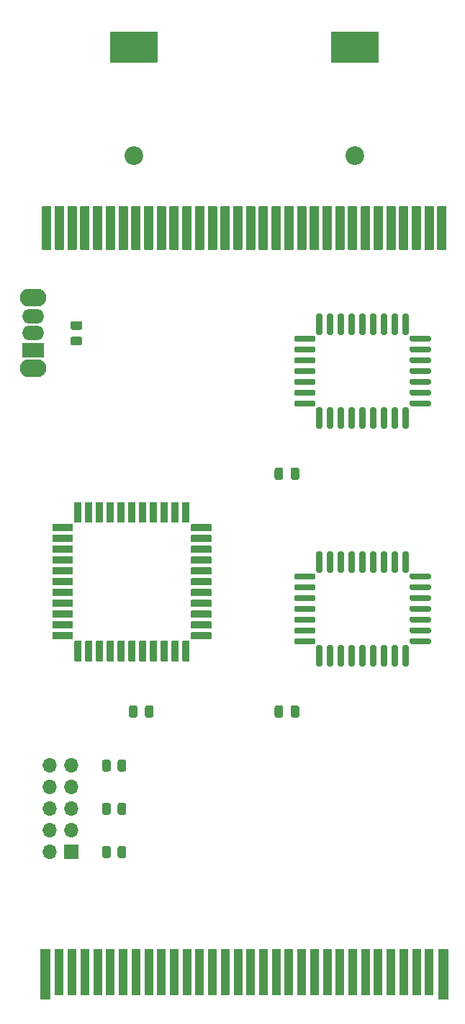
<source format=gts>
%TF.GenerationSoftware,KiCad,Pcbnew,(5.1.10-1-10_14)*%
%TF.CreationDate,2023-03-17T22:16:36+08:00*%
%TF.ProjectId,GB_MemoryBackup_Mainboard,47425f4d-656d-46f7-9279-4261636b7570,1.2*%
%TF.SameCoordinates,Original*%
%TF.FileFunction,Soldermask,Top*%
%TF.FilePolarity,Negative*%
%FSLAX46Y46*%
G04 Gerber Fmt 4.6, Leading zero omitted, Abs format (unit mm)*
G04 Created by KiCad (PCBNEW (5.1.10-1-10_14)) date 2023-03-17 22:16:36*
%MOMM*%
%LPD*%
G01*
G04 APERTURE LIST*
%ADD10R,1.300000X6.000000*%
%ADD11R,1.000000X5.500000*%
%ADD12O,3.102000X2.102000*%
%ADD13O,2.602000X1.702000*%
%ADD14R,1.700000X1.700000*%
%ADD15O,1.700000X1.700000*%
%ADD16C,2.200000*%
G04 APERTURE END LIST*
%TO.C,U2*%
G36*
G01*
X97782500Y-79736000D02*
X95641500Y-79736000D01*
G75*
G02*
X95461000Y-79555500I0J180500D01*
G01*
X95461000Y-79194500D01*
G75*
G02*
X95641500Y-79014000I180500J0D01*
G01*
X97782500Y-79014000D01*
G75*
G02*
X97963000Y-79194500I0J-180500D01*
G01*
X97963000Y-79555500D01*
G75*
G02*
X97782500Y-79736000I-180500J0D01*
G01*
G37*
G36*
G01*
X97782500Y-78466000D02*
X95641500Y-78466000D01*
G75*
G02*
X95461000Y-78285500I0J180500D01*
G01*
X95461000Y-77924500D01*
G75*
G02*
X95641500Y-77744000I180500J0D01*
G01*
X97782500Y-77744000D01*
G75*
G02*
X97963000Y-77924500I0J-180500D01*
G01*
X97963000Y-78285500D01*
G75*
G02*
X97782500Y-78466000I-180500J0D01*
G01*
G37*
G36*
G01*
X97782500Y-77196000D02*
X95641500Y-77196000D01*
G75*
G02*
X95461000Y-77015500I0J180500D01*
G01*
X95461000Y-76654500D01*
G75*
G02*
X95641500Y-76474000I180500J0D01*
G01*
X97782500Y-76474000D01*
G75*
G02*
X97963000Y-76654500I0J-180500D01*
G01*
X97963000Y-77015500D01*
G75*
G02*
X97782500Y-77196000I-180500J0D01*
G01*
G37*
G36*
G01*
X98605500Y-76393000D02*
X98244500Y-76393000D01*
G75*
G02*
X98064000Y-76212500I0J180500D01*
G01*
X98064000Y-74071500D01*
G75*
G02*
X98244500Y-73891000I180500J0D01*
G01*
X98605500Y-73891000D01*
G75*
G02*
X98786000Y-74071500I0J-180500D01*
G01*
X98786000Y-76212500D01*
G75*
G02*
X98605500Y-76393000I-180500J0D01*
G01*
G37*
G36*
G01*
X99875500Y-76393000D02*
X99514500Y-76393000D01*
G75*
G02*
X99334000Y-76212500I0J180500D01*
G01*
X99334000Y-74071500D01*
G75*
G02*
X99514500Y-73891000I180500J0D01*
G01*
X99875500Y-73891000D01*
G75*
G02*
X100056000Y-74071500I0J-180500D01*
G01*
X100056000Y-76212500D01*
G75*
G02*
X99875500Y-76393000I-180500J0D01*
G01*
G37*
G36*
G01*
X101145500Y-76393000D02*
X100784500Y-76393000D01*
G75*
G02*
X100604000Y-76212500I0J180500D01*
G01*
X100604000Y-74071500D01*
G75*
G02*
X100784500Y-73891000I180500J0D01*
G01*
X101145500Y-73891000D01*
G75*
G02*
X101326000Y-74071500I0J-180500D01*
G01*
X101326000Y-76212500D01*
G75*
G02*
X101145500Y-76393000I-180500J0D01*
G01*
G37*
G36*
G01*
X102415500Y-76393000D02*
X102054500Y-76393000D01*
G75*
G02*
X101874000Y-76212500I0J180500D01*
G01*
X101874000Y-74071500D01*
G75*
G02*
X102054500Y-73891000I180500J0D01*
G01*
X102415500Y-73891000D01*
G75*
G02*
X102596000Y-74071500I0J-180500D01*
G01*
X102596000Y-76212500D01*
G75*
G02*
X102415500Y-76393000I-180500J0D01*
G01*
G37*
G36*
G01*
X103685500Y-76393000D02*
X103324500Y-76393000D01*
G75*
G02*
X103144000Y-76212500I0J180500D01*
G01*
X103144000Y-74071500D01*
G75*
G02*
X103324500Y-73891000I180500J0D01*
G01*
X103685500Y-73891000D01*
G75*
G02*
X103866000Y-74071500I0J-180500D01*
G01*
X103866000Y-76212500D01*
G75*
G02*
X103685500Y-76393000I-180500J0D01*
G01*
G37*
G36*
G01*
X104955500Y-76393000D02*
X104594500Y-76393000D01*
G75*
G02*
X104414000Y-76212500I0J180500D01*
G01*
X104414000Y-74071500D01*
G75*
G02*
X104594500Y-73891000I180500J0D01*
G01*
X104955500Y-73891000D01*
G75*
G02*
X105136000Y-74071500I0J-180500D01*
G01*
X105136000Y-76212500D01*
G75*
G02*
X104955500Y-76393000I-180500J0D01*
G01*
G37*
G36*
G01*
X106225500Y-76393000D02*
X105864500Y-76393000D01*
G75*
G02*
X105684000Y-76212500I0J180500D01*
G01*
X105684000Y-74071500D01*
G75*
G02*
X105864500Y-73891000I180500J0D01*
G01*
X106225500Y-73891000D01*
G75*
G02*
X106406000Y-74071500I0J-180500D01*
G01*
X106406000Y-76212500D01*
G75*
G02*
X106225500Y-76393000I-180500J0D01*
G01*
G37*
G36*
G01*
X107495500Y-76393000D02*
X107134500Y-76393000D01*
G75*
G02*
X106954000Y-76212500I0J180500D01*
G01*
X106954000Y-74071500D01*
G75*
G02*
X107134500Y-73891000I180500J0D01*
G01*
X107495500Y-73891000D01*
G75*
G02*
X107676000Y-74071500I0J-180500D01*
G01*
X107676000Y-76212500D01*
G75*
G02*
X107495500Y-76393000I-180500J0D01*
G01*
G37*
G36*
G01*
X108765500Y-76393000D02*
X108404500Y-76393000D01*
G75*
G02*
X108224000Y-76212500I0J180500D01*
G01*
X108224000Y-74071500D01*
G75*
G02*
X108404500Y-73891000I180500J0D01*
G01*
X108765500Y-73891000D01*
G75*
G02*
X108946000Y-74071500I0J-180500D01*
G01*
X108946000Y-76212500D01*
G75*
G02*
X108765500Y-76393000I-180500J0D01*
G01*
G37*
G36*
G01*
X111368500Y-77196000D02*
X109227500Y-77196000D01*
G75*
G02*
X109047000Y-77015500I0J180500D01*
G01*
X109047000Y-76654500D01*
G75*
G02*
X109227500Y-76474000I180500J0D01*
G01*
X111368500Y-76474000D01*
G75*
G02*
X111549000Y-76654500I0J-180500D01*
G01*
X111549000Y-77015500D01*
G75*
G02*
X111368500Y-77196000I-180500J0D01*
G01*
G37*
G36*
G01*
X111368500Y-78466000D02*
X109227500Y-78466000D01*
G75*
G02*
X109047000Y-78285500I0J180500D01*
G01*
X109047000Y-77924500D01*
G75*
G02*
X109227500Y-77744000I180500J0D01*
G01*
X111368500Y-77744000D01*
G75*
G02*
X111549000Y-77924500I0J-180500D01*
G01*
X111549000Y-78285500D01*
G75*
G02*
X111368500Y-78466000I-180500J0D01*
G01*
G37*
G36*
G01*
X111368500Y-79736000D02*
X109227500Y-79736000D01*
G75*
G02*
X109047000Y-79555500I0J180500D01*
G01*
X109047000Y-79194500D01*
G75*
G02*
X109227500Y-79014000I180500J0D01*
G01*
X111368500Y-79014000D01*
G75*
G02*
X111549000Y-79194500I0J-180500D01*
G01*
X111549000Y-79555500D01*
G75*
G02*
X111368500Y-79736000I-180500J0D01*
G01*
G37*
G36*
G01*
X111368500Y-81006000D02*
X109227500Y-81006000D01*
G75*
G02*
X109047000Y-80825500I0J180500D01*
G01*
X109047000Y-80464500D01*
G75*
G02*
X109227500Y-80284000I180500J0D01*
G01*
X111368500Y-80284000D01*
G75*
G02*
X111549000Y-80464500I0J-180500D01*
G01*
X111549000Y-80825500D01*
G75*
G02*
X111368500Y-81006000I-180500J0D01*
G01*
G37*
G36*
G01*
X111368500Y-82276000D02*
X109227500Y-82276000D01*
G75*
G02*
X109047000Y-82095500I0J180500D01*
G01*
X109047000Y-81734500D01*
G75*
G02*
X109227500Y-81554000I180500J0D01*
G01*
X111368500Y-81554000D01*
G75*
G02*
X111549000Y-81734500I0J-180500D01*
G01*
X111549000Y-82095500D01*
G75*
G02*
X111368500Y-82276000I-180500J0D01*
G01*
G37*
G36*
G01*
X111368500Y-83546000D02*
X109227500Y-83546000D01*
G75*
G02*
X109047000Y-83365500I0J180500D01*
G01*
X109047000Y-83004500D01*
G75*
G02*
X109227500Y-82824000I180500J0D01*
G01*
X111368500Y-82824000D01*
G75*
G02*
X111549000Y-83004500I0J-180500D01*
G01*
X111549000Y-83365500D01*
G75*
G02*
X111368500Y-83546000I-180500J0D01*
G01*
G37*
G36*
G01*
X111368500Y-84816000D02*
X109227500Y-84816000D01*
G75*
G02*
X109047000Y-84635500I0J180500D01*
G01*
X109047000Y-84274500D01*
G75*
G02*
X109227500Y-84094000I180500J0D01*
G01*
X111368500Y-84094000D01*
G75*
G02*
X111549000Y-84274500I0J-180500D01*
G01*
X111549000Y-84635500D01*
G75*
G02*
X111368500Y-84816000I-180500J0D01*
G01*
G37*
G36*
G01*
X108765500Y-87399000D02*
X108404500Y-87399000D01*
G75*
G02*
X108224000Y-87218500I0J180500D01*
G01*
X108224000Y-85077500D01*
G75*
G02*
X108404500Y-84897000I180500J0D01*
G01*
X108765500Y-84897000D01*
G75*
G02*
X108946000Y-85077500I0J-180500D01*
G01*
X108946000Y-87218500D01*
G75*
G02*
X108765500Y-87399000I-180500J0D01*
G01*
G37*
G36*
G01*
X107495500Y-87399000D02*
X107134500Y-87399000D01*
G75*
G02*
X106954000Y-87218500I0J180500D01*
G01*
X106954000Y-85077500D01*
G75*
G02*
X107134500Y-84897000I180500J0D01*
G01*
X107495500Y-84897000D01*
G75*
G02*
X107676000Y-85077500I0J-180500D01*
G01*
X107676000Y-87218500D01*
G75*
G02*
X107495500Y-87399000I-180500J0D01*
G01*
G37*
G36*
G01*
X106225500Y-87399000D02*
X105864500Y-87399000D01*
G75*
G02*
X105684000Y-87218500I0J180500D01*
G01*
X105684000Y-85077500D01*
G75*
G02*
X105864500Y-84897000I180500J0D01*
G01*
X106225500Y-84897000D01*
G75*
G02*
X106406000Y-85077500I0J-180500D01*
G01*
X106406000Y-87218500D01*
G75*
G02*
X106225500Y-87399000I-180500J0D01*
G01*
G37*
G36*
G01*
X104955500Y-87399000D02*
X104594500Y-87399000D01*
G75*
G02*
X104414000Y-87218500I0J180500D01*
G01*
X104414000Y-85077500D01*
G75*
G02*
X104594500Y-84897000I180500J0D01*
G01*
X104955500Y-84897000D01*
G75*
G02*
X105136000Y-85077500I0J-180500D01*
G01*
X105136000Y-87218500D01*
G75*
G02*
X104955500Y-87399000I-180500J0D01*
G01*
G37*
G36*
G01*
X103685500Y-87399000D02*
X103324500Y-87399000D01*
G75*
G02*
X103144000Y-87218500I0J180500D01*
G01*
X103144000Y-85077500D01*
G75*
G02*
X103324500Y-84897000I180500J0D01*
G01*
X103685500Y-84897000D01*
G75*
G02*
X103866000Y-85077500I0J-180500D01*
G01*
X103866000Y-87218500D01*
G75*
G02*
X103685500Y-87399000I-180500J0D01*
G01*
G37*
G36*
G01*
X102415500Y-87399000D02*
X102054500Y-87399000D01*
G75*
G02*
X101874000Y-87218500I0J180500D01*
G01*
X101874000Y-85077500D01*
G75*
G02*
X102054500Y-84897000I180500J0D01*
G01*
X102415500Y-84897000D01*
G75*
G02*
X102596000Y-85077500I0J-180500D01*
G01*
X102596000Y-87218500D01*
G75*
G02*
X102415500Y-87399000I-180500J0D01*
G01*
G37*
G36*
G01*
X101145500Y-87399000D02*
X100784500Y-87399000D01*
G75*
G02*
X100604000Y-87218500I0J180500D01*
G01*
X100604000Y-85077500D01*
G75*
G02*
X100784500Y-84897000I180500J0D01*
G01*
X101145500Y-84897000D01*
G75*
G02*
X101326000Y-85077500I0J-180500D01*
G01*
X101326000Y-87218500D01*
G75*
G02*
X101145500Y-87399000I-180500J0D01*
G01*
G37*
G36*
G01*
X99875500Y-87399000D02*
X99514500Y-87399000D01*
G75*
G02*
X99334000Y-87218500I0J180500D01*
G01*
X99334000Y-85077500D01*
G75*
G02*
X99514500Y-84897000I180500J0D01*
G01*
X99875500Y-84897000D01*
G75*
G02*
X100056000Y-85077500I0J-180500D01*
G01*
X100056000Y-87218500D01*
G75*
G02*
X99875500Y-87399000I-180500J0D01*
G01*
G37*
G36*
G01*
X98605500Y-87399000D02*
X98244500Y-87399000D01*
G75*
G02*
X98064000Y-87218500I0J180500D01*
G01*
X98064000Y-85077500D01*
G75*
G02*
X98244500Y-84897000I180500J0D01*
G01*
X98605500Y-84897000D01*
G75*
G02*
X98786000Y-85077500I0J-180500D01*
G01*
X98786000Y-87218500D01*
G75*
G02*
X98605500Y-87399000I-180500J0D01*
G01*
G37*
G36*
G01*
X97782500Y-84816000D02*
X95641500Y-84816000D01*
G75*
G02*
X95461000Y-84635500I0J180500D01*
G01*
X95461000Y-84274500D01*
G75*
G02*
X95641500Y-84094000I180500J0D01*
G01*
X97782500Y-84094000D01*
G75*
G02*
X97963000Y-84274500I0J-180500D01*
G01*
X97963000Y-84635500D01*
G75*
G02*
X97782500Y-84816000I-180500J0D01*
G01*
G37*
G36*
G01*
X97782500Y-83546000D02*
X95641500Y-83546000D01*
G75*
G02*
X95461000Y-83365500I0J180500D01*
G01*
X95461000Y-83004500D01*
G75*
G02*
X95641500Y-82824000I180500J0D01*
G01*
X97782500Y-82824000D01*
G75*
G02*
X97963000Y-83004500I0J-180500D01*
G01*
X97963000Y-83365500D01*
G75*
G02*
X97782500Y-83546000I-180500J0D01*
G01*
G37*
G36*
G01*
X97782500Y-82276000D02*
X95641500Y-82276000D01*
G75*
G02*
X95461000Y-82095500I0J180500D01*
G01*
X95461000Y-81734500D01*
G75*
G02*
X95641500Y-81554000I180500J0D01*
G01*
X97782500Y-81554000D01*
G75*
G02*
X97963000Y-81734500I0J-180500D01*
G01*
X97963000Y-82095500D01*
G75*
G02*
X97782500Y-82276000I-180500J0D01*
G01*
G37*
G36*
G01*
X97782500Y-81006000D02*
X95641500Y-81006000D01*
G75*
G02*
X95461000Y-80825500I0J180500D01*
G01*
X95461000Y-80464500D01*
G75*
G02*
X95641500Y-80284000I180500J0D01*
G01*
X97782500Y-80284000D01*
G75*
G02*
X97963000Y-80464500I0J-180500D01*
G01*
X97963000Y-80825500D01*
G75*
G02*
X97782500Y-81006000I-180500J0D01*
G01*
G37*
%TD*%
%TO.C,U1*%
G36*
G01*
X97782500Y-107676000D02*
X95641500Y-107676000D01*
G75*
G02*
X95461000Y-107495500I0J180500D01*
G01*
X95461000Y-107134500D01*
G75*
G02*
X95641500Y-106954000I180500J0D01*
G01*
X97782500Y-106954000D01*
G75*
G02*
X97963000Y-107134500I0J-180500D01*
G01*
X97963000Y-107495500D01*
G75*
G02*
X97782500Y-107676000I-180500J0D01*
G01*
G37*
G36*
G01*
X97782500Y-106406000D02*
X95641500Y-106406000D01*
G75*
G02*
X95461000Y-106225500I0J180500D01*
G01*
X95461000Y-105864500D01*
G75*
G02*
X95641500Y-105684000I180500J0D01*
G01*
X97782500Y-105684000D01*
G75*
G02*
X97963000Y-105864500I0J-180500D01*
G01*
X97963000Y-106225500D01*
G75*
G02*
X97782500Y-106406000I-180500J0D01*
G01*
G37*
G36*
G01*
X97782500Y-105136000D02*
X95641500Y-105136000D01*
G75*
G02*
X95461000Y-104955500I0J180500D01*
G01*
X95461000Y-104594500D01*
G75*
G02*
X95641500Y-104414000I180500J0D01*
G01*
X97782500Y-104414000D01*
G75*
G02*
X97963000Y-104594500I0J-180500D01*
G01*
X97963000Y-104955500D01*
G75*
G02*
X97782500Y-105136000I-180500J0D01*
G01*
G37*
G36*
G01*
X98605500Y-104333000D02*
X98244500Y-104333000D01*
G75*
G02*
X98064000Y-104152500I0J180500D01*
G01*
X98064000Y-102011500D01*
G75*
G02*
X98244500Y-101831000I180500J0D01*
G01*
X98605500Y-101831000D01*
G75*
G02*
X98786000Y-102011500I0J-180500D01*
G01*
X98786000Y-104152500D01*
G75*
G02*
X98605500Y-104333000I-180500J0D01*
G01*
G37*
G36*
G01*
X99875500Y-104333000D02*
X99514500Y-104333000D01*
G75*
G02*
X99334000Y-104152500I0J180500D01*
G01*
X99334000Y-102011500D01*
G75*
G02*
X99514500Y-101831000I180500J0D01*
G01*
X99875500Y-101831000D01*
G75*
G02*
X100056000Y-102011500I0J-180500D01*
G01*
X100056000Y-104152500D01*
G75*
G02*
X99875500Y-104333000I-180500J0D01*
G01*
G37*
G36*
G01*
X101145500Y-104333000D02*
X100784500Y-104333000D01*
G75*
G02*
X100604000Y-104152500I0J180500D01*
G01*
X100604000Y-102011500D01*
G75*
G02*
X100784500Y-101831000I180500J0D01*
G01*
X101145500Y-101831000D01*
G75*
G02*
X101326000Y-102011500I0J-180500D01*
G01*
X101326000Y-104152500D01*
G75*
G02*
X101145500Y-104333000I-180500J0D01*
G01*
G37*
G36*
G01*
X102415500Y-104333000D02*
X102054500Y-104333000D01*
G75*
G02*
X101874000Y-104152500I0J180500D01*
G01*
X101874000Y-102011500D01*
G75*
G02*
X102054500Y-101831000I180500J0D01*
G01*
X102415500Y-101831000D01*
G75*
G02*
X102596000Y-102011500I0J-180500D01*
G01*
X102596000Y-104152500D01*
G75*
G02*
X102415500Y-104333000I-180500J0D01*
G01*
G37*
G36*
G01*
X103685500Y-104333000D02*
X103324500Y-104333000D01*
G75*
G02*
X103144000Y-104152500I0J180500D01*
G01*
X103144000Y-102011500D01*
G75*
G02*
X103324500Y-101831000I180500J0D01*
G01*
X103685500Y-101831000D01*
G75*
G02*
X103866000Y-102011500I0J-180500D01*
G01*
X103866000Y-104152500D01*
G75*
G02*
X103685500Y-104333000I-180500J0D01*
G01*
G37*
G36*
G01*
X104955500Y-104333000D02*
X104594500Y-104333000D01*
G75*
G02*
X104414000Y-104152500I0J180500D01*
G01*
X104414000Y-102011500D01*
G75*
G02*
X104594500Y-101831000I180500J0D01*
G01*
X104955500Y-101831000D01*
G75*
G02*
X105136000Y-102011500I0J-180500D01*
G01*
X105136000Y-104152500D01*
G75*
G02*
X104955500Y-104333000I-180500J0D01*
G01*
G37*
G36*
G01*
X106225500Y-104333000D02*
X105864500Y-104333000D01*
G75*
G02*
X105684000Y-104152500I0J180500D01*
G01*
X105684000Y-102011500D01*
G75*
G02*
X105864500Y-101831000I180500J0D01*
G01*
X106225500Y-101831000D01*
G75*
G02*
X106406000Y-102011500I0J-180500D01*
G01*
X106406000Y-104152500D01*
G75*
G02*
X106225500Y-104333000I-180500J0D01*
G01*
G37*
G36*
G01*
X107495500Y-104333000D02*
X107134500Y-104333000D01*
G75*
G02*
X106954000Y-104152500I0J180500D01*
G01*
X106954000Y-102011500D01*
G75*
G02*
X107134500Y-101831000I180500J0D01*
G01*
X107495500Y-101831000D01*
G75*
G02*
X107676000Y-102011500I0J-180500D01*
G01*
X107676000Y-104152500D01*
G75*
G02*
X107495500Y-104333000I-180500J0D01*
G01*
G37*
G36*
G01*
X108765500Y-104333000D02*
X108404500Y-104333000D01*
G75*
G02*
X108224000Y-104152500I0J180500D01*
G01*
X108224000Y-102011500D01*
G75*
G02*
X108404500Y-101831000I180500J0D01*
G01*
X108765500Y-101831000D01*
G75*
G02*
X108946000Y-102011500I0J-180500D01*
G01*
X108946000Y-104152500D01*
G75*
G02*
X108765500Y-104333000I-180500J0D01*
G01*
G37*
G36*
G01*
X111368500Y-105136000D02*
X109227500Y-105136000D01*
G75*
G02*
X109047000Y-104955500I0J180500D01*
G01*
X109047000Y-104594500D01*
G75*
G02*
X109227500Y-104414000I180500J0D01*
G01*
X111368500Y-104414000D01*
G75*
G02*
X111549000Y-104594500I0J-180500D01*
G01*
X111549000Y-104955500D01*
G75*
G02*
X111368500Y-105136000I-180500J0D01*
G01*
G37*
G36*
G01*
X111368500Y-106406000D02*
X109227500Y-106406000D01*
G75*
G02*
X109047000Y-106225500I0J180500D01*
G01*
X109047000Y-105864500D01*
G75*
G02*
X109227500Y-105684000I180500J0D01*
G01*
X111368500Y-105684000D01*
G75*
G02*
X111549000Y-105864500I0J-180500D01*
G01*
X111549000Y-106225500D01*
G75*
G02*
X111368500Y-106406000I-180500J0D01*
G01*
G37*
G36*
G01*
X111368500Y-107676000D02*
X109227500Y-107676000D01*
G75*
G02*
X109047000Y-107495500I0J180500D01*
G01*
X109047000Y-107134500D01*
G75*
G02*
X109227500Y-106954000I180500J0D01*
G01*
X111368500Y-106954000D01*
G75*
G02*
X111549000Y-107134500I0J-180500D01*
G01*
X111549000Y-107495500D01*
G75*
G02*
X111368500Y-107676000I-180500J0D01*
G01*
G37*
G36*
G01*
X111368500Y-108946000D02*
X109227500Y-108946000D01*
G75*
G02*
X109047000Y-108765500I0J180500D01*
G01*
X109047000Y-108404500D01*
G75*
G02*
X109227500Y-108224000I180500J0D01*
G01*
X111368500Y-108224000D01*
G75*
G02*
X111549000Y-108404500I0J-180500D01*
G01*
X111549000Y-108765500D01*
G75*
G02*
X111368500Y-108946000I-180500J0D01*
G01*
G37*
G36*
G01*
X111368500Y-110216000D02*
X109227500Y-110216000D01*
G75*
G02*
X109047000Y-110035500I0J180500D01*
G01*
X109047000Y-109674500D01*
G75*
G02*
X109227500Y-109494000I180500J0D01*
G01*
X111368500Y-109494000D01*
G75*
G02*
X111549000Y-109674500I0J-180500D01*
G01*
X111549000Y-110035500D01*
G75*
G02*
X111368500Y-110216000I-180500J0D01*
G01*
G37*
G36*
G01*
X111368500Y-111486000D02*
X109227500Y-111486000D01*
G75*
G02*
X109047000Y-111305500I0J180500D01*
G01*
X109047000Y-110944500D01*
G75*
G02*
X109227500Y-110764000I180500J0D01*
G01*
X111368500Y-110764000D01*
G75*
G02*
X111549000Y-110944500I0J-180500D01*
G01*
X111549000Y-111305500D01*
G75*
G02*
X111368500Y-111486000I-180500J0D01*
G01*
G37*
G36*
G01*
X111368500Y-112756000D02*
X109227500Y-112756000D01*
G75*
G02*
X109047000Y-112575500I0J180500D01*
G01*
X109047000Y-112214500D01*
G75*
G02*
X109227500Y-112034000I180500J0D01*
G01*
X111368500Y-112034000D01*
G75*
G02*
X111549000Y-112214500I0J-180500D01*
G01*
X111549000Y-112575500D01*
G75*
G02*
X111368500Y-112756000I-180500J0D01*
G01*
G37*
G36*
G01*
X108765500Y-115339000D02*
X108404500Y-115339000D01*
G75*
G02*
X108224000Y-115158500I0J180500D01*
G01*
X108224000Y-113017500D01*
G75*
G02*
X108404500Y-112837000I180500J0D01*
G01*
X108765500Y-112837000D01*
G75*
G02*
X108946000Y-113017500I0J-180500D01*
G01*
X108946000Y-115158500D01*
G75*
G02*
X108765500Y-115339000I-180500J0D01*
G01*
G37*
G36*
G01*
X107495500Y-115339000D02*
X107134500Y-115339000D01*
G75*
G02*
X106954000Y-115158500I0J180500D01*
G01*
X106954000Y-113017500D01*
G75*
G02*
X107134500Y-112837000I180500J0D01*
G01*
X107495500Y-112837000D01*
G75*
G02*
X107676000Y-113017500I0J-180500D01*
G01*
X107676000Y-115158500D01*
G75*
G02*
X107495500Y-115339000I-180500J0D01*
G01*
G37*
G36*
G01*
X106225500Y-115339000D02*
X105864500Y-115339000D01*
G75*
G02*
X105684000Y-115158500I0J180500D01*
G01*
X105684000Y-113017500D01*
G75*
G02*
X105864500Y-112837000I180500J0D01*
G01*
X106225500Y-112837000D01*
G75*
G02*
X106406000Y-113017500I0J-180500D01*
G01*
X106406000Y-115158500D01*
G75*
G02*
X106225500Y-115339000I-180500J0D01*
G01*
G37*
G36*
G01*
X104955500Y-115339000D02*
X104594500Y-115339000D01*
G75*
G02*
X104414000Y-115158500I0J180500D01*
G01*
X104414000Y-113017500D01*
G75*
G02*
X104594500Y-112837000I180500J0D01*
G01*
X104955500Y-112837000D01*
G75*
G02*
X105136000Y-113017500I0J-180500D01*
G01*
X105136000Y-115158500D01*
G75*
G02*
X104955500Y-115339000I-180500J0D01*
G01*
G37*
G36*
G01*
X103685500Y-115339000D02*
X103324500Y-115339000D01*
G75*
G02*
X103144000Y-115158500I0J180500D01*
G01*
X103144000Y-113017500D01*
G75*
G02*
X103324500Y-112837000I180500J0D01*
G01*
X103685500Y-112837000D01*
G75*
G02*
X103866000Y-113017500I0J-180500D01*
G01*
X103866000Y-115158500D01*
G75*
G02*
X103685500Y-115339000I-180500J0D01*
G01*
G37*
G36*
G01*
X102415500Y-115339000D02*
X102054500Y-115339000D01*
G75*
G02*
X101874000Y-115158500I0J180500D01*
G01*
X101874000Y-113017500D01*
G75*
G02*
X102054500Y-112837000I180500J0D01*
G01*
X102415500Y-112837000D01*
G75*
G02*
X102596000Y-113017500I0J-180500D01*
G01*
X102596000Y-115158500D01*
G75*
G02*
X102415500Y-115339000I-180500J0D01*
G01*
G37*
G36*
G01*
X101145500Y-115339000D02*
X100784500Y-115339000D01*
G75*
G02*
X100604000Y-115158500I0J180500D01*
G01*
X100604000Y-113017500D01*
G75*
G02*
X100784500Y-112837000I180500J0D01*
G01*
X101145500Y-112837000D01*
G75*
G02*
X101326000Y-113017500I0J-180500D01*
G01*
X101326000Y-115158500D01*
G75*
G02*
X101145500Y-115339000I-180500J0D01*
G01*
G37*
G36*
G01*
X99875500Y-115339000D02*
X99514500Y-115339000D01*
G75*
G02*
X99334000Y-115158500I0J180500D01*
G01*
X99334000Y-113017500D01*
G75*
G02*
X99514500Y-112837000I180500J0D01*
G01*
X99875500Y-112837000D01*
G75*
G02*
X100056000Y-113017500I0J-180500D01*
G01*
X100056000Y-115158500D01*
G75*
G02*
X99875500Y-115339000I-180500J0D01*
G01*
G37*
G36*
G01*
X98605500Y-115339000D02*
X98244500Y-115339000D01*
G75*
G02*
X98064000Y-115158500I0J180500D01*
G01*
X98064000Y-113017500D01*
G75*
G02*
X98244500Y-112837000I180500J0D01*
G01*
X98605500Y-112837000D01*
G75*
G02*
X98786000Y-113017500I0J-180500D01*
G01*
X98786000Y-115158500D01*
G75*
G02*
X98605500Y-115339000I-180500J0D01*
G01*
G37*
G36*
G01*
X97782500Y-112756000D02*
X95641500Y-112756000D01*
G75*
G02*
X95461000Y-112575500I0J180500D01*
G01*
X95461000Y-112214500D01*
G75*
G02*
X95641500Y-112034000I180500J0D01*
G01*
X97782500Y-112034000D01*
G75*
G02*
X97963000Y-112214500I0J-180500D01*
G01*
X97963000Y-112575500D01*
G75*
G02*
X97782500Y-112756000I-180500J0D01*
G01*
G37*
G36*
G01*
X97782500Y-111486000D02*
X95641500Y-111486000D01*
G75*
G02*
X95461000Y-111305500I0J180500D01*
G01*
X95461000Y-110944500D01*
G75*
G02*
X95641500Y-110764000I180500J0D01*
G01*
X97782500Y-110764000D01*
G75*
G02*
X97963000Y-110944500I0J-180500D01*
G01*
X97963000Y-111305500D01*
G75*
G02*
X97782500Y-111486000I-180500J0D01*
G01*
G37*
G36*
G01*
X97782500Y-110216000D02*
X95641500Y-110216000D01*
G75*
G02*
X95461000Y-110035500I0J180500D01*
G01*
X95461000Y-109674500D01*
G75*
G02*
X95641500Y-109494000I180500J0D01*
G01*
X97782500Y-109494000D01*
G75*
G02*
X97963000Y-109674500I0J-180500D01*
G01*
X97963000Y-110035500D01*
G75*
G02*
X97782500Y-110216000I-180500J0D01*
G01*
G37*
G36*
G01*
X97782500Y-108946000D02*
X95641500Y-108946000D01*
G75*
G02*
X95461000Y-108765500I0J180500D01*
G01*
X95461000Y-108404500D01*
G75*
G02*
X95641500Y-108224000I180500J0D01*
G01*
X97782500Y-108224000D01*
G75*
G02*
X97963000Y-108404500I0J-180500D01*
G01*
X97963000Y-108765500D01*
G75*
G02*
X97782500Y-108946000I-180500J0D01*
G01*
G37*
%TD*%
D10*
%TO.C,J1*%
X113000000Y-151500000D03*
D11*
X111350000Y-151250000D03*
X109850000Y-151250000D03*
X108350000Y-151250000D03*
X106850000Y-151250000D03*
X105350000Y-151250000D03*
X103850000Y-151250000D03*
X102350000Y-151250000D03*
X100850000Y-151250000D03*
X99350000Y-151250000D03*
X97850000Y-151250000D03*
X96350000Y-151250000D03*
X94850000Y-151250000D03*
X93350000Y-151250000D03*
X91850000Y-151250000D03*
X90350000Y-151250000D03*
X88850000Y-151250000D03*
X87350000Y-151250000D03*
X85850000Y-151250000D03*
X84350000Y-151250000D03*
X82850000Y-151250000D03*
X81350000Y-151250000D03*
X79850000Y-151250000D03*
X78350000Y-151250000D03*
X76850000Y-151250000D03*
X75350000Y-151250000D03*
X73850000Y-151250000D03*
X72350000Y-151250000D03*
X70850000Y-151250000D03*
X69350000Y-151250000D03*
X67850000Y-151250000D03*
D10*
X66200000Y-151500000D03*
%TD*%
%TO.C,U3*%
G36*
G01*
X70420500Y-98460000D02*
X69660500Y-98460000D01*
G75*
G02*
X69610500Y-98410000I0J50000D01*
G01*
X69610500Y-96110000D01*
G75*
G02*
X69660500Y-96060000I50000J0D01*
G01*
X70420500Y-96060000D01*
G75*
G02*
X70470500Y-96110000I0J-50000D01*
G01*
X70470500Y-98410000D01*
G75*
G02*
X70420500Y-98460000I-50000J0D01*
G01*
G37*
G36*
G01*
X71690500Y-98460000D02*
X70930500Y-98460000D01*
G75*
G02*
X70880500Y-98410000I0J50000D01*
G01*
X70880500Y-96110000D01*
G75*
G02*
X70930500Y-96060000I50000J0D01*
G01*
X71690500Y-96060000D01*
G75*
G02*
X71740500Y-96110000I0J-50000D01*
G01*
X71740500Y-98410000D01*
G75*
G02*
X71690500Y-98460000I-50000J0D01*
G01*
G37*
G36*
G01*
X72960500Y-98460000D02*
X72200500Y-98460000D01*
G75*
G02*
X72150500Y-98410000I0J50000D01*
G01*
X72150500Y-96110000D01*
G75*
G02*
X72200500Y-96060000I50000J0D01*
G01*
X72960500Y-96060000D01*
G75*
G02*
X73010500Y-96110000I0J-50000D01*
G01*
X73010500Y-98410000D01*
G75*
G02*
X72960500Y-98460000I-50000J0D01*
G01*
G37*
G36*
G01*
X74230500Y-98460000D02*
X73470500Y-98460000D01*
G75*
G02*
X73420500Y-98410000I0J50000D01*
G01*
X73420500Y-96110000D01*
G75*
G02*
X73470500Y-96060000I50000J0D01*
G01*
X74230500Y-96060000D01*
G75*
G02*
X74280500Y-96110000I0J-50000D01*
G01*
X74280500Y-98410000D01*
G75*
G02*
X74230500Y-98460000I-50000J0D01*
G01*
G37*
G36*
G01*
X75500500Y-98460000D02*
X74740500Y-98460000D01*
G75*
G02*
X74690500Y-98410000I0J50000D01*
G01*
X74690500Y-96110000D01*
G75*
G02*
X74740500Y-96060000I50000J0D01*
G01*
X75500500Y-96060000D01*
G75*
G02*
X75550500Y-96110000I0J-50000D01*
G01*
X75550500Y-98410000D01*
G75*
G02*
X75500500Y-98460000I-50000J0D01*
G01*
G37*
G36*
G01*
X76770500Y-98460000D02*
X76010500Y-98460000D01*
G75*
G02*
X75960500Y-98410000I0J50000D01*
G01*
X75960500Y-96110000D01*
G75*
G02*
X76010500Y-96060000I50000J0D01*
G01*
X76770500Y-96060000D01*
G75*
G02*
X76820500Y-96110000I0J-50000D01*
G01*
X76820500Y-98410000D01*
G75*
G02*
X76770500Y-98460000I-50000J0D01*
G01*
G37*
G36*
G01*
X78040500Y-98460000D02*
X77280500Y-98460000D01*
G75*
G02*
X77230500Y-98410000I0J50000D01*
G01*
X77230500Y-96110000D01*
G75*
G02*
X77280500Y-96060000I50000J0D01*
G01*
X78040500Y-96060000D01*
G75*
G02*
X78090500Y-96110000I0J-50000D01*
G01*
X78090500Y-98410000D01*
G75*
G02*
X78040500Y-98460000I-50000J0D01*
G01*
G37*
G36*
G01*
X79310500Y-98460000D02*
X78550500Y-98460000D01*
G75*
G02*
X78500500Y-98410000I0J50000D01*
G01*
X78500500Y-96110000D01*
G75*
G02*
X78550500Y-96060000I50000J0D01*
G01*
X79310500Y-96060000D01*
G75*
G02*
X79360500Y-96110000I0J-50000D01*
G01*
X79360500Y-98410000D01*
G75*
G02*
X79310500Y-98460000I-50000J0D01*
G01*
G37*
G36*
G01*
X80580500Y-98460000D02*
X79820500Y-98460000D01*
G75*
G02*
X79770500Y-98410000I0J50000D01*
G01*
X79770500Y-96110000D01*
G75*
G02*
X79820500Y-96060000I50000J0D01*
G01*
X80580500Y-96060000D01*
G75*
G02*
X80630500Y-96110000I0J-50000D01*
G01*
X80630500Y-98410000D01*
G75*
G02*
X80580500Y-98460000I-50000J0D01*
G01*
G37*
G36*
G01*
X81850500Y-98460000D02*
X81090500Y-98460000D01*
G75*
G02*
X81040500Y-98410000I0J50000D01*
G01*
X81040500Y-96110000D01*
G75*
G02*
X81090500Y-96060000I50000J0D01*
G01*
X81850500Y-96060000D01*
G75*
G02*
X81900500Y-96110000I0J-50000D01*
G01*
X81900500Y-98410000D01*
G75*
G02*
X81850500Y-98460000I-50000J0D01*
G01*
G37*
G36*
G01*
X83120500Y-98460000D02*
X82360500Y-98460000D01*
G75*
G02*
X82310500Y-98410000I0J50000D01*
G01*
X82310500Y-96110000D01*
G75*
G02*
X82360500Y-96060000I50000J0D01*
G01*
X83120500Y-96060000D01*
G75*
G02*
X83170500Y-96110000I0J-50000D01*
G01*
X83170500Y-98410000D01*
G75*
G02*
X83120500Y-98460000I-50000J0D01*
G01*
G37*
G36*
G01*
X85690500Y-99490000D02*
X83390500Y-99490000D01*
G75*
G02*
X83340500Y-99440000I0J50000D01*
G01*
X83340500Y-98680000D01*
G75*
G02*
X83390500Y-98630000I50000J0D01*
G01*
X85690500Y-98630000D01*
G75*
G02*
X85740500Y-98680000I0J-50000D01*
G01*
X85740500Y-99440000D01*
G75*
G02*
X85690500Y-99490000I-50000J0D01*
G01*
G37*
G36*
G01*
X85690500Y-100760000D02*
X83390500Y-100760000D01*
G75*
G02*
X83340500Y-100710000I0J50000D01*
G01*
X83340500Y-99950000D01*
G75*
G02*
X83390500Y-99900000I50000J0D01*
G01*
X85690500Y-99900000D01*
G75*
G02*
X85740500Y-99950000I0J-50000D01*
G01*
X85740500Y-100710000D01*
G75*
G02*
X85690500Y-100760000I-50000J0D01*
G01*
G37*
G36*
G01*
X85690500Y-102030000D02*
X83390500Y-102030000D01*
G75*
G02*
X83340500Y-101980000I0J50000D01*
G01*
X83340500Y-101220000D01*
G75*
G02*
X83390500Y-101170000I50000J0D01*
G01*
X85690500Y-101170000D01*
G75*
G02*
X85740500Y-101220000I0J-50000D01*
G01*
X85740500Y-101980000D01*
G75*
G02*
X85690500Y-102030000I-50000J0D01*
G01*
G37*
G36*
G01*
X85690500Y-103300000D02*
X83390500Y-103300000D01*
G75*
G02*
X83340500Y-103250000I0J50000D01*
G01*
X83340500Y-102490000D01*
G75*
G02*
X83390500Y-102440000I50000J0D01*
G01*
X85690500Y-102440000D01*
G75*
G02*
X85740500Y-102490000I0J-50000D01*
G01*
X85740500Y-103250000D01*
G75*
G02*
X85690500Y-103300000I-50000J0D01*
G01*
G37*
G36*
G01*
X85690500Y-104570000D02*
X83390500Y-104570000D01*
G75*
G02*
X83340500Y-104520000I0J50000D01*
G01*
X83340500Y-103760000D01*
G75*
G02*
X83390500Y-103710000I50000J0D01*
G01*
X85690500Y-103710000D01*
G75*
G02*
X85740500Y-103760000I0J-50000D01*
G01*
X85740500Y-104520000D01*
G75*
G02*
X85690500Y-104570000I-50000J0D01*
G01*
G37*
G36*
G01*
X85690500Y-105840000D02*
X83390500Y-105840000D01*
G75*
G02*
X83340500Y-105790000I0J50000D01*
G01*
X83340500Y-105030000D01*
G75*
G02*
X83390500Y-104980000I50000J0D01*
G01*
X85690500Y-104980000D01*
G75*
G02*
X85740500Y-105030000I0J-50000D01*
G01*
X85740500Y-105790000D01*
G75*
G02*
X85690500Y-105840000I-50000J0D01*
G01*
G37*
G36*
G01*
X85690500Y-107110000D02*
X83390500Y-107110000D01*
G75*
G02*
X83340500Y-107060000I0J50000D01*
G01*
X83340500Y-106300000D01*
G75*
G02*
X83390500Y-106250000I50000J0D01*
G01*
X85690500Y-106250000D01*
G75*
G02*
X85740500Y-106300000I0J-50000D01*
G01*
X85740500Y-107060000D01*
G75*
G02*
X85690500Y-107110000I-50000J0D01*
G01*
G37*
G36*
G01*
X85690500Y-108380000D02*
X83390500Y-108380000D01*
G75*
G02*
X83340500Y-108330000I0J50000D01*
G01*
X83340500Y-107570000D01*
G75*
G02*
X83390500Y-107520000I50000J0D01*
G01*
X85690500Y-107520000D01*
G75*
G02*
X85740500Y-107570000I0J-50000D01*
G01*
X85740500Y-108330000D01*
G75*
G02*
X85690500Y-108380000I-50000J0D01*
G01*
G37*
G36*
G01*
X85690500Y-109650000D02*
X83390500Y-109650000D01*
G75*
G02*
X83340500Y-109600000I0J50000D01*
G01*
X83340500Y-108840000D01*
G75*
G02*
X83390500Y-108790000I50000J0D01*
G01*
X85690500Y-108790000D01*
G75*
G02*
X85740500Y-108840000I0J-50000D01*
G01*
X85740500Y-109600000D01*
G75*
G02*
X85690500Y-109650000I-50000J0D01*
G01*
G37*
G36*
G01*
X85690500Y-110920000D02*
X83390500Y-110920000D01*
G75*
G02*
X83340500Y-110870000I0J50000D01*
G01*
X83340500Y-110110000D01*
G75*
G02*
X83390500Y-110060000I50000J0D01*
G01*
X85690500Y-110060000D01*
G75*
G02*
X85740500Y-110110000I0J-50000D01*
G01*
X85740500Y-110870000D01*
G75*
G02*
X85690500Y-110920000I-50000J0D01*
G01*
G37*
G36*
G01*
X85690500Y-112190000D02*
X83390500Y-112190000D01*
G75*
G02*
X83340500Y-112140000I0J50000D01*
G01*
X83340500Y-111380000D01*
G75*
G02*
X83390500Y-111330000I50000J0D01*
G01*
X85690500Y-111330000D01*
G75*
G02*
X85740500Y-111380000I0J-50000D01*
G01*
X85740500Y-112140000D01*
G75*
G02*
X85690500Y-112190000I-50000J0D01*
G01*
G37*
G36*
G01*
X83120500Y-114760000D02*
X82360500Y-114760000D01*
G75*
G02*
X82310500Y-114710000I0J50000D01*
G01*
X82310500Y-112410000D01*
G75*
G02*
X82360500Y-112360000I50000J0D01*
G01*
X83120500Y-112360000D01*
G75*
G02*
X83170500Y-112410000I0J-50000D01*
G01*
X83170500Y-114710000D01*
G75*
G02*
X83120500Y-114760000I-50000J0D01*
G01*
G37*
G36*
G01*
X81850500Y-114760000D02*
X81090500Y-114760000D01*
G75*
G02*
X81040500Y-114710000I0J50000D01*
G01*
X81040500Y-112410000D01*
G75*
G02*
X81090500Y-112360000I50000J0D01*
G01*
X81850500Y-112360000D01*
G75*
G02*
X81900500Y-112410000I0J-50000D01*
G01*
X81900500Y-114710000D01*
G75*
G02*
X81850500Y-114760000I-50000J0D01*
G01*
G37*
G36*
G01*
X80580500Y-114760000D02*
X79820500Y-114760000D01*
G75*
G02*
X79770500Y-114710000I0J50000D01*
G01*
X79770500Y-112410000D01*
G75*
G02*
X79820500Y-112360000I50000J0D01*
G01*
X80580500Y-112360000D01*
G75*
G02*
X80630500Y-112410000I0J-50000D01*
G01*
X80630500Y-114710000D01*
G75*
G02*
X80580500Y-114760000I-50000J0D01*
G01*
G37*
G36*
G01*
X79310500Y-114760000D02*
X78550500Y-114760000D01*
G75*
G02*
X78500500Y-114710000I0J50000D01*
G01*
X78500500Y-112410000D01*
G75*
G02*
X78550500Y-112360000I50000J0D01*
G01*
X79310500Y-112360000D01*
G75*
G02*
X79360500Y-112410000I0J-50000D01*
G01*
X79360500Y-114710000D01*
G75*
G02*
X79310500Y-114760000I-50000J0D01*
G01*
G37*
G36*
G01*
X78040500Y-114760000D02*
X77280500Y-114760000D01*
G75*
G02*
X77230500Y-114710000I0J50000D01*
G01*
X77230500Y-112410000D01*
G75*
G02*
X77280500Y-112360000I50000J0D01*
G01*
X78040500Y-112360000D01*
G75*
G02*
X78090500Y-112410000I0J-50000D01*
G01*
X78090500Y-114710000D01*
G75*
G02*
X78040500Y-114760000I-50000J0D01*
G01*
G37*
G36*
G01*
X76770500Y-114760000D02*
X76010500Y-114760000D01*
G75*
G02*
X75960500Y-114710000I0J50000D01*
G01*
X75960500Y-112410000D01*
G75*
G02*
X76010500Y-112360000I50000J0D01*
G01*
X76770500Y-112360000D01*
G75*
G02*
X76820500Y-112410000I0J-50000D01*
G01*
X76820500Y-114710000D01*
G75*
G02*
X76770500Y-114760000I-50000J0D01*
G01*
G37*
G36*
G01*
X75500500Y-114760000D02*
X74740500Y-114760000D01*
G75*
G02*
X74690500Y-114710000I0J50000D01*
G01*
X74690500Y-112410000D01*
G75*
G02*
X74740500Y-112360000I50000J0D01*
G01*
X75500500Y-112360000D01*
G75*
G02*
X75550500Y-112410000I0J-50000D01*
G01*
X75550500Y-114710000D01*
G75*
G02*
X75500500Y-114760000I-50000J0D01*
G01*
G37*
G36*
G01*
X74230500Y-114760000D02*
X73470500Y-114760000D01*
G75*
G02*
X73420500Y-114710000I0J50000D01*
G01*
X73420500Y-112410000D01*
G75*
G02*
X73470500Y-112360000I50000J0D01*
G01*
X74230500Y-112360000D01*
G75*
G02*
X74280500Y-112410000I0J-50000D01*
G01*
X74280500Y-114710000D01*
G75*
G02*
X74230500Y-114760000I-50000J0D01*
G01*
G37*
G36*
G01*
X72960500Y-114760000D02*
X72200500Y-114760000D01*
G75*
G02*
X72150500Y-114710000I0J50000D01*
G01*
X72150500Y-112410000D01*
G75*
G02*
X72200500Y-112360000I50000J0D01*
G01*
X72960500Y-112360000D01*
G75*
G02*
X73010500Y-112410000I0J-50000D01*
G01*
X73010500Y-114710000D01*
G75*
G02*
X72960500Y-114760000I-50000J0D01*
G01*
G37*
G36*
G01*
X71690500Y-114760000D02*
X70930500Y-114760000D01*
G75*
G02*
X70880500Y-114710000I0J50000D01*
G01*
X70880500Y-112410000D01*
G75*
G02*
X70930500Y-112360000I50000J0D01*
G01*
X71690500Y-112360000D01*
G75*
G02*
X71740500Y-112410000I0J-50000D01*
G01*
X71740500Y-114710000D01*
G75*
G02*
X71690500Y-114760000I-50000J0D01*
G01*
G37*
G36*
G01*
X70420500Y-114760000D02*
X69660500Y-114760000D01*
G75*
G02*
X69610500Y-114710000I0J50000D01*
G01*
X69610500Y-112410000D01*
G75*
G02*
X69660500Y-112360000I50000J0D01*
G01*
X70420500Y-112360000D01*
G75*
G02*
X70470500Y-112410000I0J-50000D01*
G01*
X70470500Y-114710000D01*
G75*
G02*
X70420500Y-114760000I-50000J0D01*
G01*
G37*
G36*
G01*
X69390500Y-99490000D02*
X67090500Y-99490000D01*
G75*
G02*
X67040500Y-99440000I0J50000D01*
G01*
X67040500Y-98680000D01*
G75*
G02*
X67090500Y-98630000I50000J0D01*
G01*
X69390500Y-98630000D01*
G75*
G02*
X69440500Y-98680000I0J-50000D01*
G01*
X69440500Y-99440000D01*
G75*
G02*
X69390500Y-99490000I-50000J0D01*
G01*
G37*
G36*
G01*
X69390500Y-100760000D02*
X67090500Y-100760000D01*
G75*
G02*
X67040500Y-100710000I0J50000D01*
G01*
X67040500Y-99950000D01*
G75*
G02*
X67090500Y-99900000I50000J0D01*
G01*
X69390500Y-99900000D01*
G75*
G02*
X69440500Y-99950000I0J-50000D01*
G01*
X69440500Y-100710000D01*
G75*
G02*
X69390500Y-100760000I-50000J0D01*
G01*
G37*
G36*
G01*
X69390500Y-102030000D02*
X67090500Y-102030000D01*
G75*
G02*
X67040500Y-101980000I0J50000D01*
G01*
X67040500Y-101220000D01*
G75*
G02*
X67090500Y-101170000I50000J0D01*
G01*
X69390500Y-101170000D01*
G75*
G02*
X69440500Y-101220000I0J-50000D01*
G01*
X69440500Y-101980000D01*
G75*
G02*
X69390500Y-102030000I-50000J0D01*
G01*
G37*
G36*
G01*
X69390500Y-103300000D02*
X67090500Y-103300000D01*
G75*
G02*
X67040500Y-103250000I0J50000D01*
G01*
X67040500Y-102490000D01*
G75*
G02*
X67090500Y-102440000I50000J0D01*
G01*
X69390500Y-102440000D01*
G75*
G02*
X69440500Y-102490000I0J-50000D01*
G01*
X69440500Y-103250000D01*
G75*
G02*
X69390500Y-103300000I-50000J0D01*
G01*
G37*
G36*
G01*
X69390500Y-104570000D02*
X67090500Y-104570000D01*
G75*
G02*
X67040500Y-104520000I0J50000D01*
G01*
X67040500Y-103760000D01*
G75*
G02*
X67090500Y-103710000I50000J0D01*
G01*
X69390500Y-103710000D01*
G75*
G02*
X69440500Y-103760000I0J-50000D01*
G01*
X69440500Y-104520000D01*
G75*
G02*
X69390500Y-104570000I-50000J0D01*
G01*
G37*
G36*
G01*
X69390500Y-112190000D02*
X67090500Y-112190000D01*
G75*
G02*
X67040500Y-112140000I0J50000D01*
G01*
X67040500Y-111380000D01*
G75*
G02*
X67090500Y-111330000I50000J0D01*
G01*
X69390500Y-111330000D01*
G75*
G02*
X69440500Y-111380000I0J-50000D01*
G01*
X69440500Y-112140000D01*
G75*
G02*
X69390500Y-112190000I-50000J0D01*
G01*
G37*
G36*
G01*
X69390500Y-110920000D02*
X67090500Y-110920000D01*
G75*
G02*
X67040500Y-110870000I0J50000D01*
G01*
X67040500Y-110110000D01*
G75*
G02*
X67090500Y-110060000I50000J0D01*
G01*
X69390500Y-110060000D01*
G75*
G02*
X69440500Y-110110000I0J-50000D01*
G01*
X69440500Y-110870000D01*
G75*
G02*
X69390500Y-110920000I-50000J0D01*
G01*
G37*
G36*
G01*
X69390500Y-109650000D02*
X67090500Y-109650000D01*
G75*
G02*
X67040500Y-109600000I0J50000D01*
G01*
X67040500Y-108840000D01*
G75*
G02*
X67090500Y-108790000I50000J0D01*
G01*
X69390500Y-108790000D01*
G75*
G02*
X69440500Y-108840000I0J-50000D01*
G01*
X69440500Y-109600000D01*
G75*
G02*
X69390500Y-109650000I-50000J0D01*
G01*
G37*
G36*
G01*
X69390500Y-108380000D02*
X67090500Y-108380000D01*
G75*
G02*
X67040500Y-108330000I0J50000D01*
G01*
X67040500Y-107570000D01*
G75*
G02*
X67090500Y-107520000I50000J0D01*
G01*
X69390500Y-107520000D01*
G75*
G02*
X69440500Y-107570000I0J-50000D01*
G01*
X69440500Y-108330000D01*
G75*
G02*
X69390500Y-108380000I-50000J0D01*
G01*
G37*
G36*
G01*
X69390500Y-107110000D02*
X67090500Y-107110000D01*
G75*
G02*
X67040500Y-107060000I0J50000D01*
G01*
X67040500Y-106300000D01*
G75*
G02*
X67090500Y-106250000I50000J0D01*
G01*
X69390500Y-106250000D01*
G75*
G02*
X69440500Y-106300000I0J-50000D01*
G01*
X69440500Y-107060000D01*
G75*
G02*
X69390500Y-107110000I-50000J0D01*
G01*
G37*
G36*
G01*
X69390500Y-105840000D02*
X67090500Y-105840000D01*
G75*
G02*
X67040500Y-105790000I0J50000D01*
G01*
X67040500Y-105030000D01*
G75*
G02*
X67090500Y-104980000I50000J0D01*
G01*
X69390500Y-104980000D01*
G75*
G02*
X69440500Y-105030000I0J-50000D01*
G01*
X69440500Y-105790000D01*
G75*
G02*
X69390500Y-105840000I-50000J0D01*
G01*
G37*
%TD*%
D12*
%TO.C,SW1*%
X64770000Y-72050000D03*
X64770000Y-80350000D03*
D13*
X64770000Y-74200000D03*
X64770000Y-76200000D03*
G36*
G01*
X66020000Y-79051000D02*
X63520000Y-79051000D01*
G75*
G02*
X63469000Y-79000000I0J51000D01*
G01*
X63469000Y-77400000D01*
G75*
G02*
X63520000Y-77349000I51000J0D01*
G01*
X66020000Y-77349000D01*
G75*
G02*
X66071000Y-77400000I0J-51000D01*
G01*
X66071000Y-79000000D01*
G75*
G02*
X66020000Y-79051000I-51000J0D01*
G01*
G37*
%TD*%
%TO.C,R13*%
G36*
G01*
X74695000Y-137610002D02*
X74695000Y-136709998D01*
G75*
G02*
X74944998Y-136460000I249998J0D01*
G01*
X75470002Y-136460000D01*
G75*
G02*
X75720000Y-136709998I0J-249998D01*
G01*
X75720000Y-137610002D01*
G75*
G02*
X75470002Y-137860000I-249998J0D01*
G01*
X74944998Y-137860000D01*
G75*
G02*
X74695000Y-137610002I0J249998D01*
G01*
G37*
G36*
G01*
X72870000Y-137610002D02*
X72870000Y-136709998D01*
G75*
G02*
X73119998Y-136460000I249998J0D01*
G01*
X73645002Y-136460000D01*
G75*
G02*
X73895000Y-136709998I0J-249998D01*
G01*
X73895000Y-137610002D01*
G75*
G02*
X73645002Y-137860000I-249998J0D01*
G01*
X73119998Y-137860000D01*
G75*
G02*
X72870000Y-137610002I0J249998D01*
G01*
G37*
%TD*%
%TO.C,R12*%
G36*
G01*
X74695000Y-127450002D02*
X74695000Y-126549998D01*
G75*
G02*
X74944998Y-126300000I249998J0D01*
G01*
X75470002Y-126300000D01*
G75*
G02*
X75720000Y-126549998I0J-249998D01*
G01*
X75720000Y-127450002D01*
G75*
G02*
X75470002Y-127700000I-249998J0D01*
G01*
X74944998Y-127700000D01*
G75*
G02*
X74695000Y-127450002I0J249998D01*
G01*
G37*
G36*
G01*
X72870000Y-127450002D02*
X72870000Y-126549998D01*
G75*
G02*
X73119998Y-126300000I249998J0D01*
G01*
X73645002Y-126300000D01*
G75*
G02*
X73895000Y-126549998I0J-249998D01*
G01*
X73895000Y-127450002D01*
G75*
G02*
X73645002Y-127700000I-249998J0D01*
G01*
X73119998Y-127700000D01*
G75*
G02*
X72870000Y-127450002I0J249998D01*
G01*
G37*
%TD*%
%TO.C,R11*%
G36*
G01*
X74695000Y-132530002D02*
X74695000Y-131629998D01*
G75*
G02*
X74944998Y-131380000I249998J0D01*
G01*
X75470002Y-131380000D01*
G75*
G02*
X75720000Y-131629998I0J-249998D01*
G01*
X75720000Y-132530002D01*
G75*
G02*
X75470002Y-132780000I-249998J0D01*
G01*
X74944998Y-132780000D01*
G75*
G02*
X74695000Y-132530002I0J249998D01*
G01*
G37*
G36*
G01*
X72870000Y-132530002D02*
X72870000Y-131629998D01*
G75*
G02*
X73119998Y-131380000I249998J0D01*
G01*
X73645002Y-131380000D01*
G75*
G02*
X73895000Y-131629998I0J-249998D01*
G01*
X73895000Y-132530002D01*
G75*
G02*
X73645002Y-132780000I-249998J0D01*
G01*
X73119998Y-132780000D01*
G75*
G02*
X72870000Y-132530002I0J249998D01*
G01*
G37*
%TD*%
%TO.C,R1*%
G36*
G01*
X69399998Y-76600000D02*
X70300002Y-76600000D01*
G75*
G02*
X70550000Y-76849998I0J-249998D01*
G01*
X70550000Y-77375002D01*
G75*
G02*
X70300002Y-77625000I-249998J0D01*
G01*
X69399998Y-77625000D01*
G75*
G02*
X69150000Y-77375002I0J249998D01*
G01*
X69150000Y-76849998D01*
G75*
G02*
X69399998Y-76600000I249998J0D01*
G01*
G37*
G36*
G01*
X69399998Y-74775000D02*
X70300002Y-74775000D01*
G75*
G02*
X70550000Y-75024998I0J-249998D01*
G01*
X70550000Y-75550002D01*
G75*
G02*
X70300002Y-75800000I-249998J0D01*
G01*
X69399998Y-75800000D01*
G75*
G02*
X69150000Y-75550002I0J249998D01*
G01*
X69150000Y-75024998D01*
G75*
G02*
X69399998Y-74775000I249998J0D01*
G01*
G37*
%TD*%
D14*
%TO.C,J3*%
X69215000Y-137160000D03*
D15*
X66675000Y-137160000D03*
X69215000Y-134620000D03*
X66675000Y-134620000D03*
X69215000Y-132080000D03*
X66675000Y-132080000D03*
X69215000Y-129540000D03*
X66675000Y-129540000D03*
X69215000Y-127000000D03*
X66675000Y-127000000D03*
%TD*%
%TO.C,J2*%
G36*
G01*
X99799200Y-44340000D02*
X99799200Y-40840000D01*
G75*
G02*
X99850000Y-40789200I50800J0D01*
G01*
X105350000Y-40789200D01*
G75*
G02*
X105400800Y-40840000I0J-50800D01*
G01*
X105400800Y-44340000D01*
G75*
G02*
X105350000Y-44390800I-50800J0D01*
G01*
X99850000Y-44390800D01*
G75*
G02*
X99799200Y-44340000I0J50800D01*
G01*
G37*
G36*
G01*
X73799200Y-44340000D02*
X73799200Y-40840000D01*
G75*
G02*
X73850000Y-40789200I50800J0D01*
G01*
X79350000Y-40789200D01*
G75*
G02*
X79400800Y-40840000I0J-50800D01*
G01*
X79400800Y-44340000D01*
G75*
G02*
X79350000Y-44390800I-50800J0D01*
G01*
X73850000Y-44390800D01*
G75*
G02*
X73799200Y-44340000I0J50800D01*
G01*
G37*
G36*
G01*
X112350000Y-61289200D02*
X113350000Y-61289200D01*
G75*
G02*
X113400800Y-61340000I0J-50800D01*
G01*
X113400800Y-66340000D01*
G75*
G02*
X113350000Y-66390800I-50800J0D01*
G01*
X112350000Y-66390800D01*
G75*
G02*
X112299200Y-66340000I0J50800D01*
G01*
X112299200Y-61340000D01*
G75*
G02*
X112350000Y-61289200I50800J0D01*
G01*
G37*
G36*
G01*
X110850000Y-61289200D02*
X111850000Y-61289200D01*
G75*
G02*
X111900800Y-61340000I0J-50800D01*
G01*
X111900800Y-66340000D01*
G75*
G02*
X111850000Y-66390800I-50800J0D01*
G01*
X110850000Y-66390800D01*
G75*
G02*
X110799200Y-66340000I0J50800D01*
G01*
X110799200Y-61340000D01*
G75*
G02*
X110850000Y-61289200I50800J0D01*
G01*
G37*
G36*
G01*
X109350000Y-61289200D02*
X110350000Y-61289200D01*
G75*
G02*
X110400800Y-61340000I0J-50800D01*
G01*
X110400800Y-66340000D01*
G75*
G02*
X110350000Y-66390800I-50800J0D01*
G01*
X109350000Y-66390800D01*
G75*
G02*
X109299200Y-66340000I0J50800D01*
G01*
X109299200Y-61340000D01*
G75*
G02*
X109350000Y-61289200I50800J0D01*
G01*
G37*
G36*
G01*
X107850000Y-61289200D02*
X108850000Y-61289200D01*
G75*
G02*
X108900800Y-61340000I0J-50800D01*
G01*
X108900800Y-66340000D01*
G75*
G02*
X108850000Y-66390800I-50800J0D01*
G01*
X107850000Y-66390800D01*
G75*
G02*
X107799200Y-66340000I0J50800D01*
G01*
X107799200Y-61340000D01*
G75*
G02*
X107850000Y-61289200I50800J0D01*
G01*
G37*
G36*
G01*
X106350000Y-61289200D02*
X107350000Y-61289200D01*
G75*
G02*
X107400800Y-61340000I0J-50800D01*
G01*
X107400800Y-66340000D01*
G75*
G02*
X107350000Y-66390800I-50800J0D01*
G01*
X106350000Y-66390800D01*
G75*
G02*
X106299200Y-66340000I0J50800D01*
G01*
X106299200Y-61340000D01*
G75*
G02*
X106350000Y-61289200I50800J0D01*
G01*
G37*
G36*
G01*
X104850000Y-61289200D02*
X105850000Y-61289200D01*
G75*
G02*
X105900800Y-61340000I0J-50800D01*
G01*
X105900800Y-66340000D01*
G75*
G02*
X105850000Y-66390800I-50800J0D01*
G01*
X104850000Y-66390800D01*
G75*
G02*
X104799200Y-66340000I0J50800D01*
G01*
X104799200Y-61340000D01*
G75*
G02*
X104850000Y-61289200I50800J0D01*
G01*
G37*
G36*
G01*
X103350000Y-61289200D02*
X104350000Y-61289200D01*
G75*
G02*
X104400800Y-61340000I0J-50800D01*
G01*
X104400800Y-66340000D01*
G75*
G02*
X104350000Y-66390800I-50800J0D01*
G01*
X103350000Y-66390800D01*
G75*
G02*
X103299200Y-66340000I0J50800D01*
G01*
X103299200Y-61340000D01*
G75*
G02*
X103350000Y-61289200I50800J0D01*
G01*
G37*
G36*
G01*
X101850000Y-61289200D02*
X102850000Y-61289200D01*
G75*
G02*
X102900800Y-61340000I0J-50800D01*
G01*
X102900800Y-66340000D01*
G75*
G02*
X102850000Y-66390800I-50800J0D01*
G01*
X101850000Y-66390800D01*
G75*
G02*
X101799200Y-66340000I0J50800D01*
G01*
X101799200Y-61340000D01*
G75*
G02*
X101850000Y-61289200I50800J0D01*
G01*
G37*
G36*
G01*
X100350000Y-61289200D02*
X101350000Y-61289200D01*
G75*
G02*
X101400800Y-61340000I0J-50800D01*
G01*
X101400800Y-66340000D01*
G75*
G02*
X101350000Y-66390800I-50800J0D01*
G01*
X100350000Y-66390800D01*
G75*
G02*
X100299200Y-66340000I0J50800D01*
G01*
X100299200Y-61340000D01*
G75*
G02*
X100350000Y-61289200I50800J0D01*
G01*
G37*
G36*
G01*
X98850000Y-61289200D02*
X99850000Y-61289200D01*
G75*
G02*
X99900800Y-61340000I0J-50800D01*
G01*
X99900800Y-66340000D01*
G75*
G02*
X99850000Y-66390800I-50800J0D01*
G01*
X98850000Y-66390800D01*
G75*
G02*
X98799200Y-66340000I0J50800D01*
G01*
X98799200Y-61340000D01*
G75*
G02*
X98850000Y-61289200I50800J0D01*
G01*
G37*
G36*
G01*
X97350000Y-61289200D02*
X98350000Y-61289200D01*
G75*
G02*
X98400800Y-61340000I0J-50800D01*
G01*
X98400800Y-66340000D01*
G75*
G02*
X98350000Y-66390800I-50800J0D01*
G01*
X97350000Y-66390800D01*
G75*
G02*
X97299200Y-66340000I0J50800D01*
G01*
X97299200Y-61340000D01*
G75*
G02*
X97350000Y-61289200I50800J0D01*
G01*
G37*
G36*
G01*
X95850000Y-61289200D02*
X96850000Y-61289200D01*
G75*
G02*
X96900800Y-61340000I0J-50800D01*
G01*
X96900800Y-66340000D01*
G75*
G02*
X96850000Y-66390800I-50800J0D01*
G01*
X95850000Y-66390800D01*
G75*
G02*
X95799200Y-66340000I0J50800D01*
G01*
X95799200Y-61340000D01*
G75*
G02*
X95850000Y-61289200I50800J0D01*
G01*
G37*
G36*
G01*
X94350000Y-61289200D02*
X95350000Y-61289200D01*
G75*
G02*
X95400800Y-61340000I0J-50800D01*
G01*
X95400800Y-66340000D01*
G75*
G02*
X95350000Y-66390800I-50800J0D01*
G01*
X94350000Y-66390800D01*
G75*
G02*
X94299200Y-66340000I0J50800D01*
G01*
X94299200Y-61340000D01*
G75*
G02*
X94350000Y-61289200I50800J0D01*
G01*
G37*
G36*
G01*
X92850000Y-61289200D02*
X93850000Y-61289200D01*
G75*
G02*
X93900800Y-61340000I0J-50800D01*
G01*
X93900800Y-66340000D01*
G75*
G02*
X93850000Y-66390800I-50800J0D01*
G01*
X92850000Y-66390800D01*
G75*
G02*
X92799200Y-66340000I0J50800D01*
G01*
X92799200Y-61340000D01*
G75*
G02*
X92850000Y-61289200I50800J0D01*
G01*
G37*
G36*
G01*
X91350000Y-61289200D02*
X92350000Y-61289200D01*
G75*
G02*
X92400800Y-61340000I0J-50800D01*
G01*
X92400800Y-66340000D01*
G75*
G02*
X92350000Y-66390800I-50800J0D01*
G01*
X91350000Y-66390800D01*
G75*
G02*
X91299200Y-66340000I0J50800D01*
G01*
X91299200Y-61340000D01*
G75*
G02*
X91350000Y-61289200I50800J0D01*
G01*
G37*
G36*
G01*
X89850000Y-61289200D02*
X90850000Y-61289200D01*
G75*
G02*
X90900800Y-61340000I0J-50800D01*
G01*
X90900800Y-66340000D01*
G75*
G02*
X90850000Y-66390800I-50800J0D01*
G01*
X89850000Y-66390800D01*
G75*
G02*
X89799200Y-66340000I0J50800D01*
G01*
X89799200Y-61340000D01*
G75*
G02*
X89850000Y-61289200I50800J0D01*
G01*
G37*
G36*
G01*
X88350000Y-61289200D02*
X89350000Y-61289200D01*
G75*
G02*
X89400800Y-61340000I0J-50800D01*
G01*
X89400800Y-66340000D01*
G75*
G02*
X89350000Y-66390800I-50800J0D01*
G01*
X88350000Y-66390800D01*
G75*
G02*
X88299200Y-66340000I0J50800D01*
G01*
X88299200Y-61340000D01*
G75*
G02*
X88350000Y-61289200I50800J0D01*
G01*
G37*
G36*
G01*
X86850000Y-61289200D02*
X87850000Y-61289200D01*
G75*
G02*
X87900800Y-61340000I0J-50800D01*
G01*
X87900800Y-66340000D01*
G75*
G02*
X87850000Y-66390800I-50800J0D01*
G01*
X86850000Y-66390800D01*
G75*
G02*
X86799200Y-66340000I0J50800D01*
G01*
X86799200Y-61340000D01*
G75*
G02*
X86850000Y-61289200I50800J0D01*
G01*
G37*
G36*
G01*
X85350000Y-61289200D02*
X86350000Y-61289200D01*
G75*
G02*
X86400800Y-61340000I0J-50800D01*
G01*
X86400800Y-66340000D01*
G75*
G02*
X86350000Y-66390800I-50800J0D01*
G01*
X85350000Y-66390800D01*
G75*
G02*
X85299200Y-66340000I0J50800D01*
G01*
X85299200Y-61340000D01*
G75*
G02*
X85350000Y-61289200I50800J0D01*
G01*
G37*
G36*
G01*
X83850000Y-61289200D02*
X84850000Y-61289200D01*
G75*
G02*
X84900800Y-61340000I0J-50800D01*
G01*
X84900800Y-66340000D01*
G75*
G02*
X84850000Y-66390800I-50800J0D01*
G01*
X83850000Y-66390800D01*
G75*
G02*
X83799200Y-66340000I0J50800D01*
G01*
X83799200Y-61340000D01*
G75*
G02*
X83850000Y-61289200I50800J0D01*
G01*
G37*
G36*
G01*
X82350000Y-61289200D02*
X83350000Y-61289200D01*
G75*
G02*
X83400800Y-61340000I0J-50800D01*
G01*
X83400800Y-66340000D01*
G75*
G02*
X83350000Y-66390800I-50800J0D01*
G01*
X82350000Y-66390800D01*
G75*
G02*
X82299200Y-66340000I0J50800D01*
G01*
X82299200Y-61340000D01*
G75*
G02*
X82350000Y-61289200I50800J0D01*
G01*
G37*
G36*
G01*
X80850000Y-61289200D02*
X81850000Y-61289200D01*
G75*
G02*
X81900800Y-61340000I0J-50800D01*
G01*
X81900800Y-66340000D01*
G75*
G02*
X81850000Y-66390800I-50800J0D01*
G01*
X80850000Y-66390800D01*
G75*
G02*
X80799200Y-66340000I0J50800D01*
G01*
X80799200Y-61340000D01*
G75*
G02*
X80850000Y-61289200I50800J0D01*
G01*
G37*
G36*
G01*
X79350000Y-61289200D02*
X80350000Y-61289200D01*
G75*
G02*
X80400800Y-61340000I0J-50800D01*
G01*
X80400800Y-66340000D01*
G75*
G02*
X80350000Y-66390800I-50800J0D01*
G01*
X79350000Y-66390800D01*
G75*
G02*
X79299200Y-66340000I0J50800D01*
G01*
X79299200Y-61340000D01*
G75*
G02*
X79350000Y-61289200I50800J0D01*
G01*
G37*
G36*
G01*
X77850000Y-61289200D02*
X78850000Y-61289200D01*
G75*
G02*
X78900800Y-61340000I0J-50800D01*
G01*
X78900800Y-66340000D01*
G75*
G02*
X78850000Y-66390800I-50800J0D01*
G01*
X77850000Y-66390800D01*
G75*
G02*
X77799200Y-66340000I0J50800D01*
G01*
X77799200Y-61340000D01*
G75*
G02*
X77850000Y-61289200I50800J0D01*
G01*
G37*
G36*
G01*
X76350000Y-61289200D02*
X77350000Y-61289200D01*
G75*
G02*
X77400800Y-61340000I0J-50800D01*
G01*
X77400800Y-66340000D01*
G75*
G02*
X77350000Y-66390800I-50800J0D01*
G01*
X76350000Y-66390800D01*
G75*
G02*
X76299200Y-66340000I0J50800D01*
G01*
X76299200Y-61340000D01*
G75*
G02*
X76350000Y-61289200I50800J0D01*
G01*
G37*
G36*
G01*
X74850000Y-61289200D02*
X75850000Y-61289200D01*
G75*
G02*
X75900800Y-61340000I0J-50800D01*
G01*
X75900800Y-66340000D01*
G75*
G02*
X75850000Y-66390800I-50800J0D01*
G01*
X74850000Y-66390800D01*
G75*
G02*
X74799200Y-66340000I0J50800D01*
G01*
X74799200Y-61340000D01*
G75*
G02*
X74850000Y-61289200I50800J0D01*
G01*
G37*
G36*
G01*
X73350000Y-61289200D02*
X74350000Y-61289200D01*
G75*
G02*
X74400800Y-61340000I0J-50800D01*
G01*
X74400800Y-66340000D01*
G75*
G02*
X74350000Y-66390800I-50800J0D01*
G01*
X73350000Y-66390800D01*
G75*
G02*
X73299200Y-66340000I0J50800D01*
G01*
X73299200Y-61340000D01*
G75*
G02*
X73350000Y-61289200I50800J0D01*
G01*
G37*
G36*
G01*
X71850000Y-61289200D02*
X72850000Y-61289200D01*
G75*
G02*
X72900800Y-61340000I0J-50800D01*
G01*
X72900800Y-66340000D01*
G75*
G02*
X72850000Y-66390800I-50800J0D01*
G01*
X71850000Y-66390800D01*
G75*
G02*
X71799200Y-66340000I0J50800D01*
G01*
X71799200Y-61340000D01*
G75*
G02*
X71850000Y-61289200I50800J0D01*
G01*
G37*
G36*
G01*
X70350000Y-61289200D02*
X71350000Y-61289200D01*
G75*
G02*
X71400800Y-61340000I0J-50800D01*
G01*
X71400800Y-66340000D01*
G75*
G02*
X71350000Y-66390800I-50800J0D01*
G01*
X70350000Y-66390800D01*
G75*
G02*
X70299200Y-66340000I0J50800D01*
G01*
X70299200Y-61340000D01*
G75*
G02*
X70350000Y-61289200I50800J0D01*
G01*
G37*
G36*
G01*
X68850000Y-61289200D02*
X69850000Y-61289200D01*
G75*
G02*
X69900800Y-61340000I0J-50800D01*
G01*
X69900800Y-66340000D01*
G75*
G02*
X69850000Y-66390800I-50800J0D01*
G01*
X68850000Y-66390800D01*
G75*
G02*
X68799200Y-66340000I0J50800D01*
G01*
X68799200Y-61340000D01*
G75*
G02*
X68850000Y-61289200I50800J0D01*
G01*
G37*
G36*
G01*
X67350000Y-61289200D02*
X68350000Y-61289200D01*
G75*
G02*
X68400800Y-61340000I0J-50800D01*
G01*
X68400800Y-66340000D01*
G75*
G02*
X68350000Y-66390800I-50800J0D01*
G01*
X67350000Y-66390800D01*
G75*
G02*
X67299200Y-66340000I0J50800D01*
G01*
X67299200Y-61340000D01*
G75*
G02*
X67350000Y-61289200I50800J0D01*
G01*
G37*
G36*
G01*
X65850000Y-61289200D02*
X66850000Y-61289200D01*
G75*
G02*
X66900800Y-61340000I0J-50800D01*
G01*
X66900800Y-66340000D01*
G75*
G02*
X66850000Y-66390800I-50800J0D01*
G01*
X65850000Y-66390800D01*
G75*
G02*
X65799200Y-66340000I0J50800D01*
G01*
X65799200Y-61340000D01*
G75*
G02*
X65850000Y-61289200I50800J0D01*
G01*
G37*
D16*
X76600000Y-55340000D03*
X102600000Y-55340000D03*
%TD*%
%TO.C,C3*%
G36*
G01*
X77920000Y-121125000D02*
X77920000Y-120175000D01*
G75*
G02*
X78170000Y-119925000I250000J0D01*
G01*
X78670000Y-119925000D01*
G75*
G02*
X78920000Y-120175000I0J-250000D01*
G01*
X78920000Y-121125000D01*
G75*
G02*
X78670000Y-121375000I-250000J0D01*
G01*
X78170000Y-121375000D01*
G75*
G02*
X77920000Y-121125000I0J250000D01*
G01*
G37*
G36*
G01*
X76020000Y-121125000D02*
X76020000Y-120175000D01*
G75*
G02*
X76270000Y-119925000I250000J0D01*
G01*
X76770000Y-119925000D01*
G75*
G02*
X77020000Y-120175000I0J-250000D01*
G01*
X77020000Y-121125000D01*
G75*
G02*
X76770000Y-121375000I-250000J0D01*
G01*
X76270000Y-121375000D01*
G75*
G02*
X76020000Y-121125000I0J250000D01*
G01*
G37*
%TD*%
%TO.C,C2*%
G36*
G01*
X94165000Y-92235000D02*
X94165000Y-93185000D01*
G75*
G02*
X93915000Y-93435000I-250000J0D01*
G01*
X93415000Y-93435000D01*
G75*
G02*
X93165000Y-93185000I0J250000D01*
G01*
X93165000Y-92235000D01*
G75*
G02*
X93415000Y-91985000I250000J0D01*
G01*
X93915000Y-91985000D01*
G75*
G02*
X94165000Y-92235000I0J-250000D01*
G01*
G37*
G36*
G01*
X96065000Y-92235000D02*
X96065000Y-93185000D01*
G75*
G02*
X95815000Y-93435000I-250000J0D01*
G01*
X95315000Y-93435000D01*
G75*
G02*
X95065000Y-93185000I0J250000D01*
G01*
X95065000Y-92235000D01*
G75*
G02*
X95315000Y-91985000I250000J0D01*
G01*
X95815000Y-91985000D01*
G75*
G02*
X96065000Y-92235000I0J-250000D01*
G01*
G37*
%TD*%
%TO.C,C1*%
G36*
G01*
X94165000Y-120175000D02*
X94165000Y-121125000D01*
G75*
G02*
X93915000Y-121375000I-250000J0D01*
G01*
X93415000Y-121375000D01*
G75*
G02*
X93165000Y-121125000I0J250000D01*
G01*
X93165000Y-120175000D01*
G75*
G02*
X93415000Y-119925000I250000J0D01*
G01*
X93915000Y-119925000D01*
G75*
G02*
X94165000Y-120175000I0J-250000D01*
G01*
G37*
G36*
G01*
X96065000Y-120175000D02*
X96065000Y-121125000D01*
G75*
G02*
X95815000Y-121375000I-250000J0D01*
G01*
X95315000Y-121375000D01*
G75*
G02*
X95065000Y-121125000I0J250000D01*
G01*
X95065000Y-120175000D01*
G75*
G02*
X95315000Y-119925000I250000J0D01*
G01*
X95815000Y-119925000D01*
G75*
G02*
X96065000Y-120175000I0J-250000D01*
G01*
G37*
%TD*%
M02*

</source>
